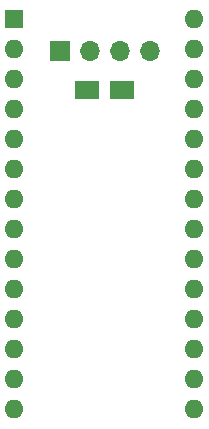
<source format=gbr>
%TF.GenerationSoftware,KiCad,Pcbnew,(6.0.11)*%
%TF.CreationDate,2024-01-03T21:38:51+00:00*%
%TF.ProjectId,BBCB-SWROM-32,42424342-2d53-4575-924f-4d2d33322e6b,rev?*%
%TF.SameCoordinates,Original*%
%TF.FileFunction,Soldermask,Bot*%
%TF.FilePolarity,Negative*%
%FSLAX46Y46*%
G04 Gerber Fmt 4.6, Leading zero omitted, Abs format (unit mm)*
G04 Created by KiCad (PCBNEW (6.0.11)) date 2024-01-03 21:38:51*
%MOMM*%
%LPD*%
G01*
G04 APERTURE LIST*
G04 Aperture macros list*
%AMFreePoly0*
4,1,6,1.000000,0.000000,0.500000,-0.750000,-0.500000,-0.750000,-0.500000,0.750000,0.500000,0.750000,1.000000,0.000000,1.000000,0.000000,$1*%
G04 Aperture macros list end*
%ADD10R,1.600000X1.600000*%
%ADD11O,1.600000X1.600000*%
%ADD12R,1.700000X1.700000*%
%ADD13O,1.700000X1.700000*%
%ADD14R,1.500000X1.500000*%
%ADD15FreePoly0,0.000000*%
%ADD16FreePoly0,180.000000*%
G04 APERTURE END LIST*
D10*
%TO.C,U1*%
X145500000Y-69755000D03*
D11*
X145500000Y-72295000D03*
X145500000Y-74835000D03*
X145500000Y-77375000D03*
X145500000Y-79915000D03*
X145500000Y-82455000D03*
X145500000Y-84995000D03*
X145500000Y-87535000D03*
X145500000Y-90075000D03*
X145500000Y-92615000D03*
X145500000Y-95155000D03*
X145500000Y-97695000D03*
X145500000Y-100235000D03*
X145500000Y-102775000D03*
X160740000Y-102775000D03*
X160740000Y-100235000D03*
X160740000Y-97695000D03*
X160740000Y-95155000D03*
X160740000Y-92615000D03*
X160740000Y-90075000D03*
X160740000Y-87535000D03*
X160740000Y-84995000D03*
X160740000Y-82455000D03*
X160740000Y-79915000D03*
X160740000Y-77375000D03*
X160740000Y-74835000D03*
X160740000Y-72295000D03*
X160740000Y-69755000D03*
%TD*%
D12*
%TO.C,J1*%
X149325000Y-72475000D03*
D13*
X151865000Y-72475000D03*
X154405000Y-72475000D03*
X156945000Y-72475000D03*
%TD*%
D14*
%TO.C,JP1*%
X154335000Y-75700000D03*
X151935000Y-75700000D03*
D15*
X151135000Y-75700000D03*
D16*
X155135000Y-75700000D03*
%TD*%
M02*

</source>
